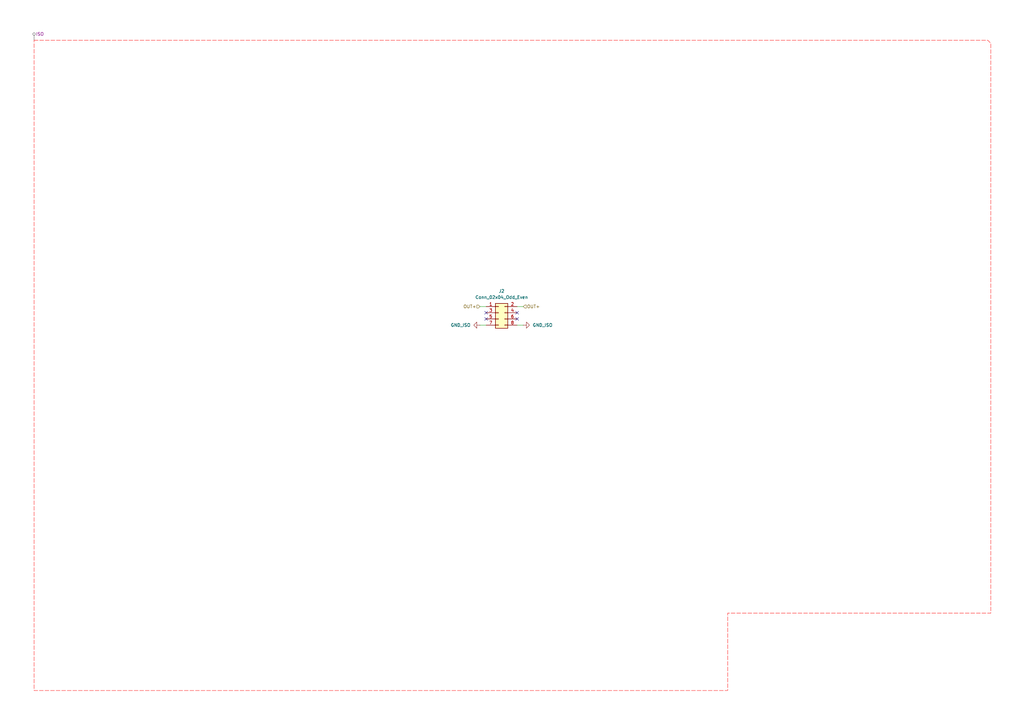
<source format=kicad_sch>
(kicad_sch (version 20250114) (generator "eeschema") (generator_version "9.0")
  (paper "A3")
  (lib_symbols
    (symbol "Connector_Generic:Conn_02x04_Odd_Even" (pin_names (offset 1.016) (hide yes))
      (property "Reference" "J" (at 1.27 5.08 0))
      (property "Value" "Conn_02x04_Odd_Even" (at 1.27 -7.62 0))
      (symbol "Conn_02x04_Odd_Even_1_1"
        (rectangle (start -1.27 3.81) (end 3.81 -6.35) (stroke (width 0.254)) (fill (type background)))
        (rectangle (start -1.27 2.667) (end 0 2.413) (stroke (width 0.1524)))
        (rectangle (start -1.27 0.127) (end 0 -0.127) (stroke (width 0.1524)))
        (rectangle (start -1.27 -2.413) (end 0 -2.667) (stroke (width 0.1524)))
        (rectangle (start -1.27 -4.953) (end 0 -5.207) (stroke (width 0.1524)))
        (rectangle (start 3.81 2.667) (end 2.54 2.413) (stroke (width 0.1524)))
        (rectangle (start 3.81 0.127) (end 2.54 -0.127) (stroke (width 0.1524)))
        (rectangle (start 3.81 -2.413) (end 2.54 -2.667) (stroke (width 0.1524)))
        (rectangle (start 3.81 -4.953) (end 2.54 -5.207) (stroke (width 0.1524)))
        (pin passive line (at -5.08 2.54 0) (length 3.81) (name "Pin_1") (number "1"))
        (pin passive line (at -5.08 0 0) (length 3.81) (name "Pin_3") (number "3"))
        (pin passive line (at -5.08 -2.54 0) (length 3.81) (name "Pin_5") (number "5"))
        (pin passive line (at -5.08 -5.08 0) (length 3.81) (name "Pin_7") (number "7"))
        (pin passive line (at 7.62 2.54 180) (length 3.81) (name "Pin_2") (number "2"))
        (pin passive line (at 7.62 0 180) (length 3.81) (name "Pin_4") (number "4"))
        (pin passive line (at 7.62 -2.54 180) (length 3.81) (name "Pin_6") (number "6"))
        (pin passive line (at 7.62 -5.08 180) (length 3.81) (name "Pin_8") (number "8"))
      )
    )
    (symbol "ETH1CVOLT_A:GND_ISO" (power) (pin_numbers (hide yes)) (pin_names (offset 0) (hide yes))
      (property "Value" "GND_ISO" (at 0 -3.81 0))
      (symbol "GND_ISO_0_1"
        (polyline (pts (xy 0 0) (xy 0 -1.27) (xy 1.27 -1.27) (xy 0 -2.54) (xy -1.27 -1.27) (xy 0 -1.27)))
      )
      (symbol "GND_ISO_1_1"
        (pin power_in line (at 0 0 270) (length 0) (name "~") (number "1"))
      )
    )
  )
  (no_connect (at 199.39 128.27))
  (no_connect (at 199.39 130.81))
  (no_connect (at 212.09 130.81))
  (no_connect (at 212.09 128.27))
  (wire (pts (xy 196.85 133.35) (xy 199.39 133.35)))
  (wire (pts (xy 212.09 125.73) (xy 214.63 125.73)))
  (wire (pts (xy 196.85 125.73) (xy 199.39 125.73)))
  (wire (pts (xy 212.09 133.35) (xy 214.63 133.35)))
  (hierarchical_label "OUT+" (shape input) (at 214.63 125.73 0))
  (hierarchical_label "OUT+" (shape input) (at 196.85 125.73 180))
  (rule_area (polyline (pts (xy 13.97 16.51) (xy 405.13 16.51) (xy 406.4 17.78) (xy 406.4 251.46) (xy 298.45 251.46) (xy 298.45 283.21) (xy 13.97 283.21)) (stroke (width 0) (type dash))))
  (netclass_flag "" (length 2.54) (shape round) (at 13.97 16.51 0) (property "Netclass" "ISO" (at 14.6685 13.97 0) (effects (justify left))) (property "Component Class" "ISO" (effects (hide yes))))
  (symbol (lib_id "ETH1CVOLT_A:GND_ISO") (at 214.63 133.35 90) (unit 1)
    (property "Reference" "#PWR0190" (effects (hide yes)))
    (property "Value" "GND_ISO" (at 218.44 133.3499 90) (effects (justify right)))
    (property "Description" "Power symbol creates a global label with name \"GND\" , ground" (effects (hide yes)))
  )
  (symbol (lib_id "Connector_Generic:Conn_02x04_Odd_Even") (at 204.47 128.27 0) (unit 1)
    (property "Reference" "J2" (at 205.74 119.38 0))
    (property "Value" "Conn_02x04_Odd_Even" (at 205.74 121.92 0))
    (property "Footprint" "Connector_PinSocket_2.54mm:PinSocket_2x04_P2.54mm_Vertical_SMD" (effects (hide yes)))
    (property "Description" "Generic connector, double row, 02x04, odd/even pin numbering scheme (row 1 odd numbers, row 2 even numbers), script generated (kicad-library-utils/schlib/autogen/connector/)" (effects (hide yes)))
  )
  (symbol (lib_id "ETH1CVOLT_A:GND_ISO") (at 196.85 133.35 270) (unit 1)
    (property "Reference" "#PWR0189" (effects (hide yes)))
    (property "Value" "GND_ISO" (at 193.04 133.3499 90) (effects (justify right)))
    (property "Description" "Power symbol creates a global label with name \"GND\" , ground" (effects (hide yes)))
  )
)
</source>
